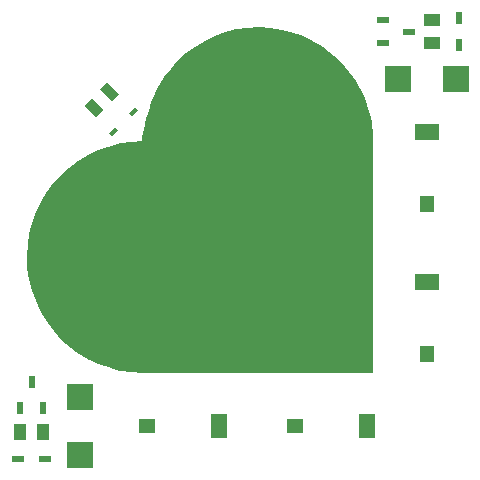
<source format=gbr>
%TF.GenerationSoftware,KiCad,Pcbnew,(5.1.12-1-g0a0a2da680)-1*%
%TF.CreationDate,2021-11-24T18:51:27+01:00*%
%TF.ProjectId,loveu,6c6f7665-752e-46b6-9963-61645f706362,rev?*%
%TF.SameCoordinates,Original*%
%TF.FileFunction,Soldermask,Top*%
%TF.FilePolarity,Negative*%
%FSLAX46Y46*%
G04 Gerber Fmt 4.6, Leading zero omitted, Abs format (unit mm)*
G04 Created by KiCad (PCBNEW (5.1.12-1-g0a0a2da680)-1) date 2021-11-24 18:51:27*
%MOMM*%
%LPD*%
G01*
G04 APERTURE LIST*
%ADD10C,0.100000*%
%ADD11C,0.150000*%
%ADD12R,1.000000X1.450000*%
%ADD13R,1.450000X1.000000*%
%ADD14R,1.050000X0.600000*%
%ADD15R,0.600000X1.050000*%
%ADD16R,0.500000X1.075000*%
%ADD17R,1.075000X0.500000*%
%ADD18R,2.300000X2.300000*%
%ADD19R,2.000000X1.400000*%
%ADD20R,1.200000X1.400000*%
%ADD21R,1.400000X2.000000*%
%ADD22R,1.400000X1.200000*%
G04 APERTURE END LIST*
D10*
G36*
X131120000Y-75680000D02*
G01*
X132080000Y-75840000D01*
X133020000Y-76070000D01*
X133670000Y-76300000D01*
X134180000Y-76540000D01*
X134680000Y-76770000D01*
X135080000Y-77010000D01*
X135440000Y-77230000D01*
X135810000Y-77500000D01*
X136370000Y-77930000D01*
X136760000Y-78270000D01*
X137020000Y-78540000D01*
X137580000Y-79140000D01*
X137820000Y-79470000D01*
X138150000Y-79920000D01*
X138210000Y-80010000D01*
X138510000Y-80490000D01*
X138790000Y-81040000D01*
X139060000Y-81610000D01*
X139350000Y-82480000D01*
X139480000Y-82930000D01*
X139570000Y-83300000D01*
X139620000Y-83570000D01*
X139700000Y-84160000D01*
X139730000Y-84350000D01*
X139750000Y-84650000D01*
X139780000Y-85110000D01*
X139780000Y-104780000D01*
X122260000Y-104790000D01*
X120240000Y-104790000D01*
X119310000Y-104740000D01*
X118410000Y-104590000D01*
X118080000Y-104510000D01*
X117370000Y-104330000D01*
X116510000Y-104020000D01*
X115650000Y-103610000D01*
X114780000Y-103080000D01*
X113970000Y-102480000D01*
X113370000Y-101930000D01*
X112700000Y-101160000D01*
X112190000Y-100500000D01*
X111720000Y-99730000D01*
X111260000Y-98740000D01*
X110940000Y-97850000D01*
X110710000Y-96910000D01*
X110570000Y-95990000D01*
X110530000Y-95010000D01*
X110580000Y-94030000D01*
X110730000Y-93090000D01*
X110960000Y-92160000D01*
X111280000Y-91270000D01*
X111520000Y-90770000D01*
X111720000Y-90380000D01*
X112170000Y-89610000D01*
X112400000Y-89300000D01*
X112750000Y-88820000D01*
X113380000Y-88130000D01*
X114110000Y-87490000D01*
X114830000Y-86940000D01*
X115700000Y-86420000D01*
X116550000Y-86020000D01*
X117410000Y-85710000D01*
X118390000Y-85450000D01*
X119320000Y-85320000D01*
X120250000Y-85280000D01*
X120310000Y-84910000D01*
X120370000Y-84560000D01*
X120430000Y-84270000D01*
X120530000Y-83800000D01*
X120630000Y-83390000D01*
X120700000Y-83140000D01*
X120920000Y-82420000D01*
X120980000Y-82230000D01*
X121220000Y-81570000D01*
X121640000Y-80680000D01*
X122330000Y-79610000D01*
X122700000Y-79130000D01*
X123340000Y-78410000D01*
X123990000Y-77830000D01*
X124740000Y-77260000D01*
X125580000Y-76750000D01*
X126440000Y-76350000D01*
X127340000Y-76040000D01*
X128250000Y-75800000D01*
X129200000Y-75670000D01*
X130160000Y-75630000D01*
X131120000Y-75680000D01*
G37*
X131120000Y-75680000D02*
X132080000Y-75840000D01*
X133020000Y-76070000D01*
X133670000Y-76300000D01*
X134180000Y-76540000D01*
X134680000Y-76770000D01*
X135080000Y-77010000D01*
X135440000Y-77230000D01*
X135810000Y-77500000D01*
X136370000Y-77930000D01*
X136760000Y-78270000D01*
X137020000Y-78540000D01*
X137580000Y-79140000D01*
X137820000Y-79470000D01*
X138150000Y-79920000D01*
X138210000Y-80010000D01*
X138510000Y-80490000D01*
X138790000Y-81040000D01*
X139060000Y-81610000D01*
X139350000Y-82480000D01*
X139480000Y-82930000D01*
X139570000Y-83300000D01*
X139620000Y-83570000D01*
X139700000Y-84160000D01*
X139730000Y-84350000D01*
X139750000Y-84650000D01*
X139780000Y-85110000D01*
X139780000Y-104780000D01*
X122260000Y-104790000D01*
X120240000Y-104790000D01*
X119310000Y-104740000D01*
X118410000Y-104590000D01*
X118080000Y-104510000D01*
X117370000Y-104330000D01*
X116510000Y-104020000D01*
X115650000Y-103610000D01*
X114780000Y-103080000D01*
X113970000Y-102480000D01*
X113370000Y-101930000D01*
X112700000Y-101160000D01*
X112190000Y-100500000D01*
X111720000Y-99730000D01*
X111260000Y-98740000D01*
X110940000Y-97850000D01*
X110710000Y-96910000D01*
X110570000Y-95990000D01*
X110530000Y-95010000D01*
X110580000Y-94030000D01*
X110730000Y-93090000D01*
X110960000Y-92160000D01*
X111280000Y-91270000D01*
X111520000Y-90770000D01*
X111720000Y-90380000D01*
X112170000Y-89610000D01*
X112400000Y-89300000D01*
X112750000Y-88820000D01*
X113380000Y-88130000D01*
X114110000Y-87490000D01*
X114830000Y-86940000D01*
X115700000Y-86420000D01*
X116550000Y-86020000D01*
X117410000Y-85710000D01*
X118390000Y-85450000D01*
X119320000Y-85320000D01*
X120250000Y-85280000D01*
X120310000Y-84910000D01*
X120370000Y-84560000D01*
X120430000Y-84270000D01*
X120530000Y-83800000D01*
X120630000Y-83390000D01*
X120700000Y-83140000D01*
X120920000Y-82420000D01*
X120980000Y-82230000D01*
X121220000Y-81570000D01*
X121640000Y-80680000D01*
X122330000Y-79610000D01*
X122700000Y-79130000D01*
X123340000Y-78410000D01*
X123990000Y-77830000D01*
X124740000Y-77260000D01*
X125580000Y-76750000D01*
X126440000Y-76350000D01*
X127340000Y-76040000D01*
X128250000Y-75800000D01*
X129200000Y-75670000D01*
X130160000Y-75630000D01*
X131120000Y-75680000D01*
D11*
X121250000Y-104750000D02*
X120250000Y-104750000D01*
X139750000Y-86250000D02*
X139750000Y-85250000D01*
X139750000Y-104750000D02*
X139750000Y-86250000D01*
X139750000Y-104750000D02*
X121250000Y-104750000D01*
D10*
%TO.C,DP1*%
G36*
X119951579Y-82645406D02*
G01*
X119442462Y-83154523D01*
X119145477Y-82857538D01*
X119654594Y-82348421D01*
X119951579Y-82645406D01*
G37*
G36*
X118254523Y-84342462D02*
G01*
X117745406Y-84851579D01*
X117448421Y-84554594D01*
X117957538Y-84045477D01*
X118254523Y-84342462D01*
G37*
%TD*%
%TO.C,LED1*%
G36*
X117698528Y-81891422D02*
G01*
X116708578Y-80901472D01*
X117344974Y-80265076D01*
X118334924Y-81255026D01*
X117698528Y-81891422D01*
G37*
G36*
X116355026Y-83234924D02*
G01*
X115365076Y-82244974D01*
X116001472Y-81608578D01*
X116991422Y-82598528D01*
X116355026Y-83234924D01*
G37*
%TD*%
D12*
%TO.C,R2*%
X109968410Y-109838487D03*
X111868410Y-109838487D03*
%TD*%
D13*
%TO.C,R1*%
X144838487Y-76931590D03*
X144838487Y-75031590D03*
%TD*%
D14*
%TO.C,Q2*%
X140638487Y-75031590D03*
X140638487Y-76931590D03*
X142838487Y-75981590D03*
%TD*%
D15*
%TO.C,Q1*%
X110918410Y-105638487D03*
X111868410Y-107838487D03*
X109968410Y-107838487D03*
%TD*%
D16*
%TO.C,D2*%
X147138486Y-74819589D03*
X147138486Y-77143589D03*
%TD*%
D17*
%TO.C,D1*%
X112080409Y-112138486D03*
X109756409Y-112138486D03*
%TD*%
D18*
%TO.C,C2*%
X141925000Y-80000000D03*
X146825000Y-80000000D03*
%TD*%
%TO.C,C1*%
X115000000Y-106925000D03*
X115000000Y-111825000D03*
%TD*%
D19*
%TO.C,BPW4*%
X144370000Y-84450000D03*
D20*
X144370000Y-90550000D03*
%TD*%
D19*
%TO.C,BPW3*%
X144375000Y-97200000D03*
D20*
X144375000Y-103300000D03*
%TD*%
D21*
%TO.C,BPW2*%
X139300000Y-109375000D03*
D22*
X133200000Y-109375000D03*
%TD*%
D21*
%TO.C,BPW1*%
X126800000Y-109375000D03*
D22*
X120700000Y-109375000D03*
%TD*%
M02*

</source>
